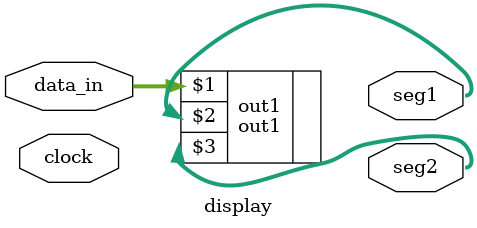
<source format=v>
module display(clock, data_in,seg1,seg2);
	input clock;
	input [6:0] data_in;
	output [3:0] seg1;
	output [3:0] seg2;
	out1 out1(data_in, seg1, seg2);
endmodule
</source>
